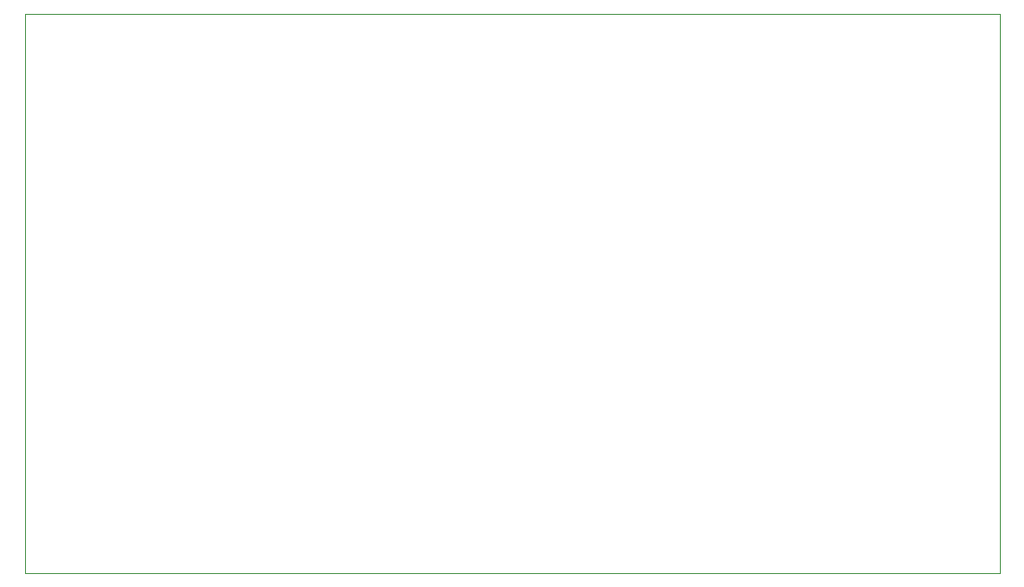
<source format=gbr>
G04 #@! TF.GenerationSoftware,KiCad,Pcbnew,(5.1.4)-1*
G04 #@! TF.CreationDate,2020-01-17T23:34:28+09:00*
G04 #@! TF.ProjectId,QX20CTRLV1,51583230-4354-4524-9c56-312e6b696361,rev?*
G04 #@! TF.SameCoordinates,Original*
G04 #@! TF.FileFunction,Profile,NP*
%FSLAX46Y46*%
G04 Gerber Fmt 4.6, Leading zero omitted, Abs format (unit mm)*
G04 Created by KiCad (PCBNEW (5.1.4)-1) date 2020-01-17 23:34:28*
%MOMM*%
%LPD*%
G04 APERTURE LIST*
%ADD10C,0.050000*%
G04 APERTURE END LIST*
D10*
X70000000Y-109000000D02*
X70000000Y-58000000D01*
X159000000Y-109000000D02*
X70000000Y-109000000D01*
X159000000Y-58000000D02*
X159000000Y-109000000D01*
X70000000Y-58000000D02*
X159000000Y-58000000D01*
M02*

</source>
